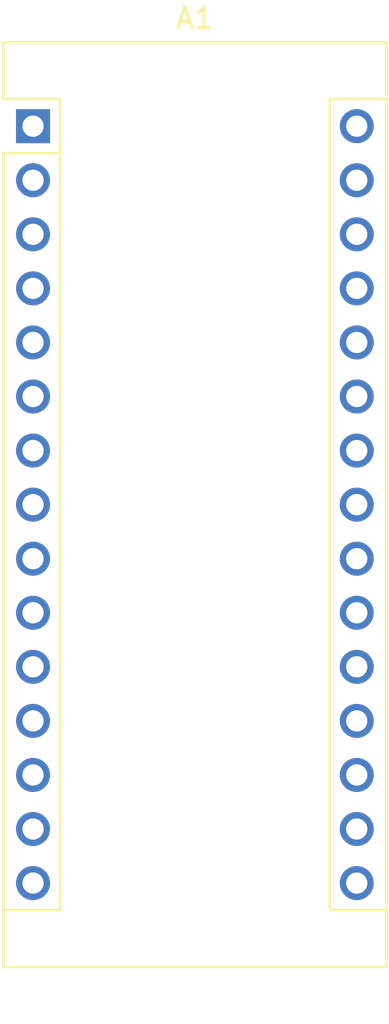
<source format=kicad_pcb>
(kicad_pcb (version 20211014) (generator pcbnew)
  (layers (0 "F.Cu" signal) (31 "B.Cu" signal) (34 "B.Paste" user) (35 "F.Paste" user) (36 "B.SilkS" user "B.Silkscreen") (37 "F.SilkS" user "F.Silkscreen") (38 "B.Mask" user) (39 "F.Mask" user) (44 "Edge.Cuts" user))
  (net 0 "")
  (net 4 "Net-(A1-Pad29)")
  (footprint "Module:Arduino_Nano" (layer "F.Cu") (at 137.16 66.04)
    (fp_text reference "A1" (at 7.62 -5.08) (layer "F.SilkS"))
    (fp_text value "Arduino_Nano_Every")
    (fp_line (start 13.97 -1.27) (end 16.64 -1.27) (layer "F.SilkS") (width 0.12))
    (fp_line (start 1.27 1.27) (end -1.4 1.27) (layer "F.SilkS") (width 0.12))
    (fp_line (start -1.4 1.27) (end -1.4 39.5) (layer "F.SilkS") (width 0.12))
    (fp_line (start 1.27 1.27) (end 1.27 36.83) (layer "F.SilkS") (width 0.12))
    (fp_line (start 13.97 -1.27) (end 13.97 36.83) (layer "F.SilkS") (width 0.12))
    (fp_line (start 1.27 -1.27) (end -1.4 -1.27) (layer "F.SilkS") (width 0.12))
    (fp_line (start -1.4 39.5) (end 16.64 39.5) (layer "F.SilkS") (width 0.12))
    (fp_line (start 16.64 39.5) (end 16.64 -3.94) (layer "F.SilkS") (width 0.12))
    (fp_line (start 16.64 -3.94) (end -1.4 -3.94) (layer "F.SilkS") (width 0.12))
    (fp_line (start 13.97 36.83) (end 16.64 36.83) (layer "F.SilkS") (width 0.12))
    (fp_line (start 1.27 1.27) (end 1.27 -1.27) (layer "F.SilkS") (width 0.12))
    (fp_line (start -1.4 -3.94) (end -1.4 -1.27) (layer "F.SilkS") (width 0.12))
    (fp_line (start 1.27 36.83) (end -1.4 36.83) (layer "F.SilkS") (width 0.12))
    (pad "1" thru_hole rect (at 0 0) (size 1.6 1.6) (drill 1) (layers *.Cu *.Mask))
    (pad "2" thru_hole oval (at 0 2.54) (size 1.6 1.6) (drill 1) (layers *.Cu *.Mask))
    (pad "3" thru_hole oval (at 0 5.08) (size 1.6 1.6) (drill 1) (layers *.Cu *.Mask))
    (pad "4" thru_hole oval (at 0 7.62) (size 1.6 1.6) (drill 1) (layers *.Cu *.Mask) (net 4 "Net-(A1-Pad29)"))
    (pad "5" thru_hole oval (at 0 10.16) (size 1.6 1.6) (drill 1) (layers *.Cu *.Mask))
    (pad "6" thru_hole oval (at 0 12.7) (size 1.6 1.6) (drill 1) (layers *.Cu *.Mask))
    (pad "7" thru_hole oval (at 0 15.24) (size 1.6 1.6) (drill 1) (layers *.Cu *.Mask))
    (pad "8" thru_hole oval (at 0 17.78) (size 1.6 1.6) (drill 1) (layers *.Cu *.Mask))
    (pad "9" thru_hole oval (at 0 20.32) (size 1.6 1.6) (drill 1) (layers *.Cu *.Mask))
    (pad "10" thru_hole oval (at 0 22.86) (size 1.6 1.6) (drill 1) (layers *.Cu *.Mask))
    (pad "11" thru_hole oval (at 0 25.4) (size 1.6 1.6) (drill 1) (layers *.Cu *.Mask))
    (pad "12" thru_hole oval (at 0 27.94) (size 1.6 1.6) (drill 1) (layers *.Cu *.Mask))
    (pad "13" thru_hole oval (at 0 30.48) (size 1.6 1.6) (drill 1) (layers *.Cu *.Mask))
    (pad "14" thru_hole oval (at 0 33.02) (size 1.6 1.6) (drill 1) (layers *.Cu *.Mask))
    (pad "15" thru_hole oval (at 0 35.56) (size 1.6 1.6) (drill 1) (layers *.Cu *.Mask))
    (pad "16" thru_hole oval (at 15.24 35.56) (size 1.6 1.6) (drill 1) (layers *.Cu *.Mask))
    (pad "17" thru_hole oval (at 15.24 33.02) (size 1.6 1.6) (drill 1) (layers *.Cu *.Mask))
    (pad "18" thru_hole oval (at 15.24 30.48) (size 1.6 1.6) (drill 1) (layers *.Cu *.Mask))
    (pad "19" thru_hole oval (at 15.24 27.94) (size 1.6 1.6) (drill 1) (layers *.Cu *.Mask))
    (pad "20" thru_hole oval (at 15.24 25.4) (size 1.6 1.6) (drill 1) (layers *.Cu *.Mask))
    (pad "21" thru_hole oval (at 15.24 22.86) (size 1.6 1.6) (drill 1) (layers *.Cu *.Mask))
    (pad "22" thru_hole oval (at 15.24 20.32) (size 1.6 1.6) (drill 1) (layers *.Cu *.Mask))
    (pad "23" thru_hole oval (at 15.24 17.78) (size 1.6 1.6) (drill 1) (layers *.Cu *.Mask))
    (pad "24" thru_hole oval (at 15.24 15.24) (size 1.6 1.6) (drill 1) (layers *.Cu *.Mask))
    (pad "25" thru_hole oval (at 15.24 12.7) (size 1.6 1.6) (drill 1) (layers *.Cu *.Mask))
    (pad "26" thru_hole oval (at 15.24 10.16) (size 1.6 1.6) (drill 1) (layers *.Cu *.Mask))
    (pad "27" thru_hole oval (at 15.24 7.62) (size 1.6 1.6) (drill 1) (layers *.Cu *.Mask))
    (pad "28" thru_hole oval (at 15.24 5.08) (size 1.6 1.6) (drill 1) (layers *.Cu *.Mask))
    (pad "29" thru_hole oval (at 15.24 2.54) (size 1.6 1.6) (drill 1) (layers *.Cu *.Mask) (net 4 "Net-(A1-Pad29)"))
    (pad "30" thru_hole oval (at 15.24 0) (size 1.6 1.6) (drill 1) (layers *.Cu *.Mask))
  )
)
</source>
